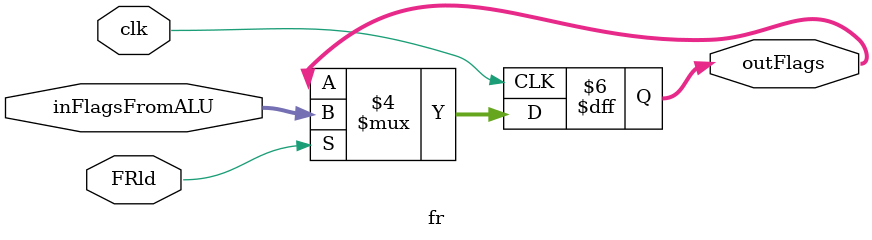
<source format=v>
/* Module of FR (Flag Register) register
   Programmed by: Lianne Sánchez Rodríguez
   Phase 4 
   Professor: Nestor Rodríguez 
*/
module fr(output reg [3:0] outFlags, input [3:0] inFlagsFromALU, input FRld, input clk);
	initial begin
	 	outFlags = 4'b0000;
	end
	always @(posedge clk) 
		begin
			if (FRld == 1)
				outFlags <= inFlagsFromALU;
		end
endmodule

// module flagRegister; 
// 	// Inputs of ALU
	
// 	reg [3:0] in;
// 	reg FRld;
// 	reg clk=0;
// 	//Outputs of ALU module
// 	wire [3:0] out;
// 	//test duration
// 	parameter stop_time = 10590;

// 	fr fr(out, in, FRld, clk);
// 	initial #stop_time $finish;

// 	initial begin

// 	#10 in= 4'b0000; FRld = 1;  
//  	#10 in= 4'b0011; //#30 FRld=0;
//  	#30 in= 4'b1100; 
//  	#40 in= 4'b1111;

// 	end
// 		initial begin
// 		repeat (500) begin
// 			#5 clk = ~clk;
// 		end
// 	end
// 	initial begin
// 		$display ("\n\n\t\tInput\t\t\tOutput\t\t\tNPCld");
// 		$monitor ("%0d\t%b\t\t%b\t%b", $time,in, out, FRld);
// 	end
	
//  endmodule
</source>
